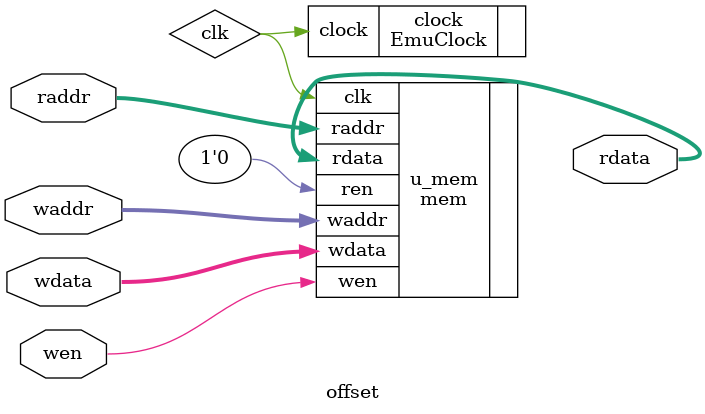
<source format=v>
`timescale 1 ns / 1 ps

module offset(
    input   [5:0]           raddr,
    output  [79:0]          rdata,
    input                   wen,
    input   [5:0]           waddr,
    input   [79:0]          wdata
);

    wire clk;
    EmuClock clock(.clock(clk));

    mem #(
        .WIDTH(80),
        .DEPTH(32),
        .OFFSET(32),
        .SYNCREAD(0)
    )
    u_mem (
        .clk(clk),
        .ren(1'b0),
        .raddr(raddr),
        .rdata(rdata),
        .wen(wen),
        .waddr(waddr),
        .wdata(wdata)
    );

endmodule

</source>
